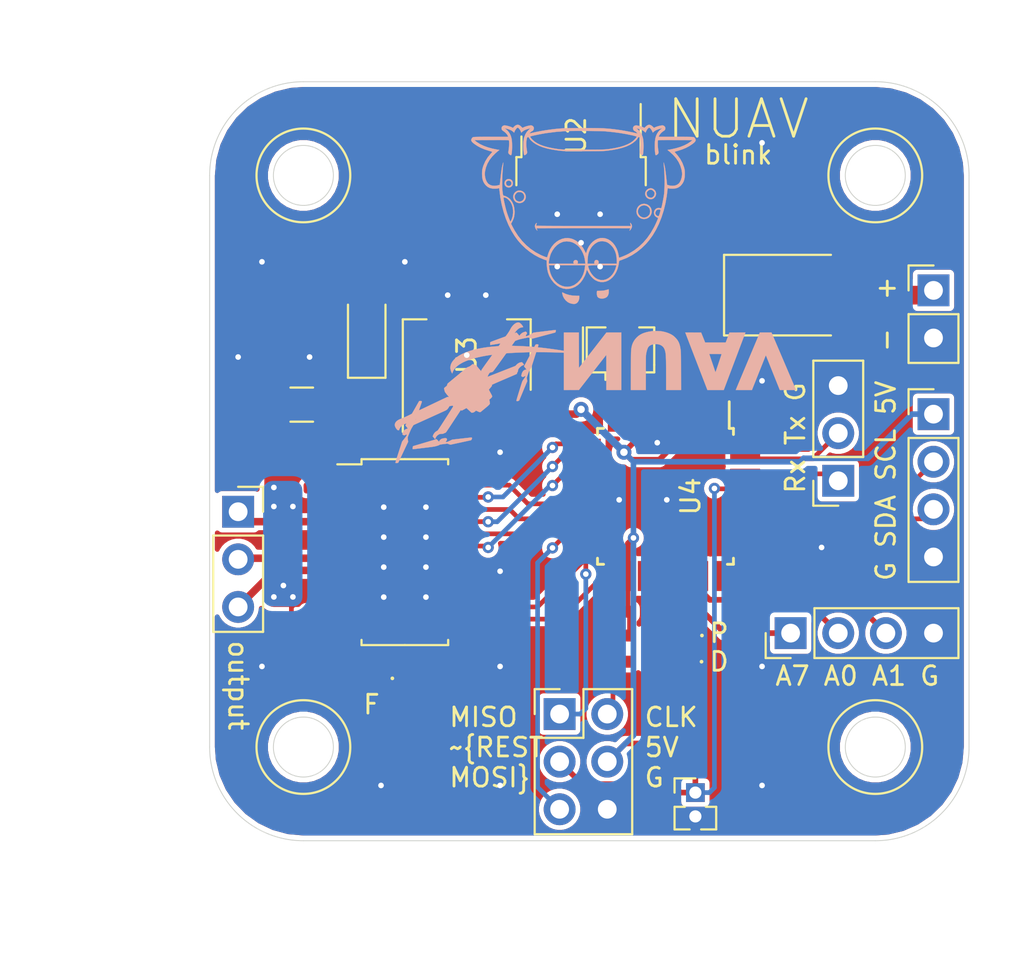
<source format=kicad_pcb>
(kicad_pcb (version 20171130) (host pcbnew 5.1.5+dfsg1-2build2)
  (layers (0 F.Cu signal hide) (31 B.Cu signal) (34 B.Paste user hide) (35 F.Paste user hide) (36 B.SilkS user) (37 F.SilkS user hide) (38 B.Mask user hide) (39 F.Mask user hide) (44 Edge.Cuts user))
  (net 0 "")
  (net 1 /Vm)
  (net 2 "Net-(C1-Pad1)")
  (net 3 "Net-(C2-Pad2)")
  (net 4 "Net-(C2-Pad1)")
  (net 5 GND)
  (net 6 "Net-(C6-Pad1)")
  (net 7 /out3)
  (net 8 /out2)
  (net 9 /out1)
  (net 10 /En3)
  (net 11 /In3)
  (net 12 /En2)
  (net 13 /In2)
  (net 14 /En1)
  (net 15 /In1)
  (net 16 /nFAULT)
  (net 17 /Vin)
  (net 18 /Vpp)
  (net 19 +5V)
  (net 20 "Net-(D1-Pad2)")
  (net 21 "Net-(D2-Pad2)")
  (net 22 "Net-(D3-Pad2)")
  (net 23 /A0)
  (net 24 /TX)
  (net 25 /RX)
  (net 26 /~RESET)
  (net 27 /SCK)
  (net 28 /MISO)
  (net 29 "Net-(U4-Pad32)")
  (net 30 /SCL)
  (net 31 /SDA)
  (net 32 "Net-(U4-Pad20)")
  (net 33 "Net-(U4-Pad12)")
  (net 34 "Net-(U4-Pad8)")
  (net 35 "Net-(U4-Pad7)")
  (net 36 "Net-(U4-Pad1)")
  (net 37 "Net-(U4-Pad2)")
  (net 38 /A3)
  (net 39 /A2)
  (net 40 /A1)
  (net 41 /A7)
  (net 42 /A6)
  (net 43 "Net-(D5-Pad2)")
  (module Logos:bored_frog_small (layer B.Cu) (at 114.935 52.07)
    (fp_text reference G*** hide)
    (fp_text value LOGO hide)
  )
  (module Logos:nuav7-small (layer B.Cu) (at 115.57 61.595)
    (fp_text reference G*** hide)
    (fp_text value LOGO hide)
  )
  (module Connector_PinHeader_2.54mm:PinHeader_1x04_P2.54mm_Vertical (layer F.Cu) (at 125.984 74.422 90)
    (fp_text reference J3)
    (fp_text value IO)
    (pad 4 thru_hole oval (at 0 7.62 90) (size 1.7 1.7) (drill 1) (layers *.Cu *.Mask) (net 5 GND))
    (pad 3 thru_hole oval (at 0 5.08 90) (size 1.7 1.7) (drill 1) (layers *.Cu *.Mask) (net 40 /A1))
    (pad 2 thru_hole oval (at 0 2.54 90) (size 1.7 1.7) (drill 1) (layers *.Cu *.Mask) (net 23 /A0))
    (pad 1 thru_hole rect (at 0 0 90) (size 1.7 1.7) (drill 1) (layers *.Cu *.Mask) (net 41 /A7))
  )
  (module Diode_SMD:D_SOD-123 (layer F.Cu) (at 103.378 58.548 90)
    (fp_text reference D4)
    (fp_text value back_drive_protect)
    (pad 2 smd rect (at 1.65 0 90) (size 0.9 1.2) (layers F.Cu F.Paste F.Mask) (net 1 /Vm))
    (pad 1 smd rect (at -1.65 0 90) (size 0.9 1.2) (layers F.Cu F.Paste F.Mask) (net 18 /Vpp))
  )
  (module Diode_SMD:D_SMB (layer F.Cu) (at 125.984 56.388)
    (fp_text reference D5)
    (fp_text value "reverse protect")
    (pad 2 smd rect (at 2.15 0) (size 2.5 2.3) (layers F.Cu F.Paste F.Mask) (net 43 "Net-(D5-Pad2)"))
    (pad 1 smd rect (at -2.15 0) (size 2.5 2.3) (layers F.Cu F.Paste F.Mask) (net 17 /Vin))
  )
  (module Connector_PinHeader_1.27mm:PinHeader_1x02_P1.27mm_Vertical (layer F.Cu) (at 120.904 82.931)
    (fp_text reference SW2)
    (fp_text value reset)
    (pad 2 thru_hole oval (at 0 1.27) (size 1 1) (drill 0.65) (layers *.Cu *.Mask) (net 5 GND))
    (pad 1 thru_hole rect (at 0 0) (size 1 1) (drill 0.65) (layers *.Cu *.Mask) (net 26 /~RESET))
  )
  (module Package_SO:HTSSOP-28-1EP_4.4x9.7mm_P0.65mm_EP2.85x5.4mm_ThermalVias (layer F.Cu) (at 105.41 70.1)
    (fp_text reference U1)
    (fp_text value DRV8313)
    (pad 28 smd roundrect (at 2.8625 -4.225) (size 1.475 0.4) (layers F.Cu F.Paste F.Mask) (net 5 GND))
    (pad 27 smd roundrect (at 2.8625 -3.575) (size 1.475 0.4) (layers F.Cu F.Paste F.Mask) (net 15 /In1))
    (pad 26 smd roundrect (at 2.8625 -2.925) (size 1.475 0.4) (layers F.Cu F.Paste F.Mask) (net 14 /En1))
    (pad 25 smd roundrect (at 2.8625 -2.275) (size 1.475 0.4) (layers F.Cu F.Paste F.Mask) (net 13 /In2))
    (pad 24 smd roundrect (at 2.8625 -1.625) (size 1.475 0.4) (layers F.Cu F.Paste F.Mask) (net 12 /En2))
    (pad 23 smd roundrect (at 2.8625 -0.975) (size 1.475 0.4) (layers F.Cu F.Paste F.Mask) (net 11 /In3))
    (pad 22 smd roundrect (at 2.8625 -0.325) (size 1.475 0.4) (layers F.Cu F.Paste F.Mask) (net 10 /En3))
    (pad 21 smd roundrect (at 2.8625 0.325) (size 1.475 0.4) (layers F.Cu F.Paste F.Mask) (net 5 GND))
    (pad 20 smd roundrect (at 2.8625 0.975) (size 1.475 0.4) (layers F.Cu F.Paste F.Mask) (net 5 GND))
    (pad 19 smd roundrect (at 2.8625 1.625) (size 1.475 0.4) (layers F.Cu F.Paste F.Mask) (net 5 GND))
    (pad 18 smd roundrect (at 2.8625 2.275) (size 1.475 0.4) (layers F.Cu F.Paste F.Mask) (net 16 /nFAULT))
    (pad 17 smd roundrect (at 2.8625 2.925) (size 1.475 0.4) (layers F.Cu F.Paste F.Mask) (net 28 /MISO))
    (pad 16 smd roundrect (at 2.8625 3.575) (size 1.475 0.4) (layers F.Cu F.Paste F.Mask) (net 27 /SCK))
    (pad 15 smd roundrect (at 2.8625 4.225) (size 1.475 0.4) (layers F.Cu F.Paste F.Mask) (net 6 "Net-(C6-Pad1)"))
    (pad 14 smd roundrect (at -2.8625 4.225) (size 1.475 0.4) (layers F.Cu F.Paste F.Mask) (net 5 GND))
    (pad 13 smd roundrect (at -2.8625 3.575) (size 1.475 0.4) (layers F.Cu F.Paste F.Mask) (net 5 GND))
    (pad 12 smd roundrect (at -2.8625 2.925) (size 1.475 0.4) (layers F.Cu F.Paste F.Mask) (net 5 GND))
    (pad 11 smd roundrect (at -2.8625 2.275) (size 1.475 0.4) (layers F.Cu F.Paste F.Mask) (net 1 /Vm))
    (pad 10 smd roundrect (at -2.8625 1.625) (size 1.475 0.4) (layers F.Cu F.Paste F.Mask) (net 5 GND))
    (pad 9 smd roundrect (at -2.8625 0.975) (size 1.475 0.4) (layers F.Cu F.Paste F.Mask) (net 7 /out3))
    (pad 8 smd roundrect (at -2.8625 0.325) (size 1.475 0.4) (layers F.Cu F.Paste F.Mask) (net 8 /out2))
    (pad 7 smd roundrect (at -2.8625 -0.325) (size 1.475 0.4) (layers F.Cu F.Paste F.Mask) (net 5 GND))
    (pad 6 smd roundrect (at -2.8625 -0.975) (size 1.475 0.4) (layers F.Cu F.Paste F.Mask) (net 5 GND))
    (pad 5 smd roundrect (at -2.8625 -1.625) (size 1.475 0.4) (layers F.Cu F.Paste F.Mask) (net 9 /out1))
    (pad 4 smd roundrect (at -2.8625 -2.275) (size 1.475 0.4) (layers F.Cu F.Paste F.Mask) (net 1 /Vm))
    (pad 3 smd roundrect (at -2.8625 -2.925) (size 1.475 0.4) (layers F.Cu F.Paste F.Mask) (net 2 "Net-(C1-Pad1)"))
    (pad 2 smd roundrect (at -2.8625 -3.575) (size 1.475 0.4) (layers F.Cu F.Paste F.Mask) (net 3 "Net-(C2-Pad2)"))
    (pad 1 smd roundrect (at -2.8625 -4.225) (size 1.475 0.4) (layers F.Cu F.Paste F.Mask) (net 4 "Net-(C2-Pad1)"))
    (pad 29 smd roundrect (at 0 0) (size 2.85 5.4) (layers B.Cu) (roundrect_rratio 0.08800000000000001) (net 5 GND))
    (pad 29 thru_hole circle (at 1.125 2.4) (size 0.6 0.6) (drill 0.3) (layers *.Cu) (net 5 GND))
    (pad 29 thru_hole circle (at -1.125 2.4) (size 0.6 0.6) (drill 0.3) (layers *.Cu) (net 5 GND))
    (pad 29 thru_hole circle (at 1.125 0.8) (size 0.6 0.6) (drill 0.3) (layers *.Cu) (net 5 GND))
    (pad 29 thru_hole circle (at -1.125 0.8) (size 0.6 0.6) (drill 0.3) (layers *.Cu) (net 5 GND))
    (pad 29 thru_hole circle (at 1.125 -0.8) (size 0.6 0.6) (drill 0.3) (layers *.Cu) (net 5 GND))
    (pad 29 thru_hole circle (at -1.125 -0.8) (size 0.6 0.6) (drill 0.3) (layers *.Cu) (net 5 GND))
    (pad 29 thru_hole circle (at 1.125 -2.4) (size 0.6 0.6) (drill 0.3) (layers *.Cu) (net 5 GND))
    (pad 29 thru_hole circle (at -1.125 -2.4) (size 0.6 0.6) (drill 0.3) (layers *.Cu) (net 5 GND))
    (pad 29 smd roundrect (at 0 0) (size 2.85 5.4) (layers F.Cu F.Mask) (roundrect_rratio 0.08800000000000001) (net 5 GND))
  )
  (module Connector_PinHeader_2.54mm:PinHeader_1x04_P2.54mm_Vertical (layer F.Cu) (at 133.604 62.738)
    (fp_text reference J6)
    (fp_text value I2C)
    (pad 4 thru_hole oval (at 0 7.62) (size 1.7 1.7) (drill 1) (layers *.Cu *.Mask) (net 5 GND))
    (pad 3 thru_hole oval (at 0 5.08) (size 1.7 1.7) (drill 1) (layers *.Cu *.Mask) (net 31 /SDA))
    (pad 2 thru_hole oval (at 0 2.54) (size 1.7 1.7) (drill 1) (layers *.Cu *.Mask) (net 30 /SCL))
    (pad 1 thru_hole rect (at 0 0) (size 1.7 1.7) (drill 1) (layers *.Cu *.Mask) (net 19 +5V))
  )
  (module Crystal:Resonator_SMD_muRata_CSTxExxV-3Pin_3.0x1.1mm (layer F.Cu) (at 116.91 59.309)
    (fp_text reference Y1)
    (fp_text value 16MHz)
    (pad 3 smd rect (at 1.2 0) (size 0.4 1.9) (layers F.Cu F.Paste F.Mask) (net 35 "Net-(U4-Pad7)"))
    (pad 2 smd rect (at 0 0) (size 0.4 1.9) (layers F.Cu F.Paste F.Mask) (net 5 GND))
    (pad 1 smd rect (at -1.2 0) (size 0.4 1.9) (layers F.Cu F.Paste F.Mask) (net 34 "Net-(U4-Pad8)"))
  )
  (module Package_QFP:TQFP-32_7x7mm_P0.8mm (layer F.Cu) (at 119.31 67.124 270)
    (fp_text reference U4 (at 0 -1.34 90) (layer F.SilkS))
    (fp_text value ATmega328P-AU)
    (pad 32 smd rect (at -2.8 -4.25) (size 1.6 0.55) (layers F.Cu F.Paste F.Mask) (net 29 "Net-(U4-Pad32)"))
    (pad 31 smd rect (at -2 -4.25) (size 1.6 0.55) (layers F.Cu F.Paste F.Mask) (net 24 /TX))
    (pad 30 smd rect (at -1.2 -4.25) (size 1.6 0.55) (layers F.Cu F.Paste F.Mask) (net 25 /RX))
    (pad 29 smd rect (at -0.4 -4.25) (size 1.6 0.55) (layers F.Cu F.Paste F.Mask) (net 26 /~RESET))
    (pad 28 smd rect (at 0.4 -4.25) (size 1.6 0.55) (layers F.Cu F.Paste F.Mask) (net 30 /SCL))
    (pad 27 smd rect (at 1.2 -4.25) (size 1.6 0.55) (layers F.Cu F.Paste F.Mask) (net 31 /SDA))
    (pad 26 smd rect (at 2 -4.25) (size 1.6 0.55) (layers F.Cu F.Paste F.Mask) (net 38 /A3))
    (pad 25 smd rect (at 2.8 -4.25) (size 1.6 0.55) (layers F.Cu F.Paste F.Mask) (net 39 /A2))
    (pad 24 smd rect (at 4.25 -2.8 270) (size 1.6 0.55) (layers F.Cu F.Paste F.Mask) (net 40 /A1))
    (pad 23 smd rect (at 4.25 -2 270) (size 1.6 0.55) (layers F.Cu F.Paste F.Mask) (net 23 /A0))
    (pad 22 smd rect (at 4.25 -1.2 270) (size 1.6 0.55) (layers F.Cu F.Paste F.Mask) (net 41 /A7))
    (pad 21 smd rect (at 4.25 -0.4 270) (size 1.6 0.55) (layers F.Cu F.Paste F.Mask) (net 5 GND))
    (pad 20 smd rect (at 4.25 0.4 270) (size 1.6 0.55) (layers F.Cu F.Paste F.Mask) (net 32 "Net-(U4-Pad20)"))
    (pad 19 smd rect (at 4.25 1.2 270) (size 1.6 0.55) (layers F.Cu F.Paste F.Mask) (net 42 /A6))
    (pad 18 smd rect (at 4.25 2 270) (size 1.6 0.55) (layers F.Cu F.Paste F.Mask) (net 19 +5V))
    (pad 17 smd rect (at 4.25 2.8 270) (size 1.6 0.55) (layers F.Cu F.Paste F.Mask) (net 27 /SCK))
    (pad 16 smd rect (at 2.8 4.25) (size 1.6 0.55) (layers F.Cu F.Paste F.Mask) (net 28 /MISO))
    (pad 15 smd rect (at 2 4.25) (size 1.6 0.55) (layers F.Cu F.Paste F.Mask) (net 11 /In3))
    (pad 14 smd rect (at 1.2 4.25) (size 1.6 0.55) (layers F.Cu F.Paste F.Mask) (net 13 /In2))
    (pad 13 smd rect (at 0.4 4.25) (size 1.6 0.55) (layers F.Cu F.Paste F.Mask) (net 15 /In1))
    (pad 12 smd rect (at -0.4 4.25) (size 1.6 0.55) (layers F.Cu F.Paste F.Mask) (net 33 "Net-(U4-Pad12)"))
    (pad 11 smd rect (at -1.2 4.25) (size 1.6 0.55) (layers F.Cu F.Paste F.Mask) (net 10 /En3))
    (pad 10 smd rect (at -2 4.25) (size 1.6 0.55) (layers F.Cu F.Paste F.Mask) (net 12 /En2))
    (pad 9 smd rect (at -2.8 4.25) (size 1.6 0.55) (layers F.Cu F.Paste F.Mask) (net 14 /En1))
    (pad 8 smd rect (at -4.25 2.8 270) (size 1.6 0.55) (layers F.Cu F.Paste F.Mask) (net 34 "Net-(U4-Pad8)"))
    (pad 7 smd rect (at -4.25 2 270) (size 1.6 0.55) (layers F.Cu F.Paste F.Mask) (net 35 "Net-(U4-Pad7)"))
    (pad 6 smd rect (at -4.25 1.2 270) (size 1.6 0.55) (layers F.Cu F.Paste F.Mask) (net 19 +5V))
    (pad 5 smd rect (at -4.25 0.4 270) (size 1.6 0.55) (layers F.Cu F.Paste F.Mask) (net 5 GND))
    (pad 4 smd rect (at -4.25 -0.4 270) (size 1.6 0.55) (layers F.Cu F.Paste F.Mask) (net 19 +5V))
    (pad 3 smd rect (at -4.25 -1.2 270) (size 1.6 0.55) (layers F.Cu F.Paste F.Mask) (net 5 GND))
    (pad 2 smd rect (at -4.25 -2 270) (size 1.6 0.55) (layers F.Cu F.Paste F.Mask) (net 37 "Net-(U4-Pad2)"))
    (pad 1 smd rect (at -4.25 -2.8 270) (size 1.6 0.55) (layers F.Cu F.Paste F.Mask) (net 36 "Net-(U4-Pad1)"))
  )
  (module Package_TO_SOT_SMD:SOT-223-3_TabPin2 (layer F.Cu) (at 108.712 59.588 90)
    (fp_text reference U3 (at 0 0 90) (layer F.SilkS))
    (fp_text value L7805)
    (pad 1 smd rect (at -3.15 -2.3 90) (size 2 1.5) (layers F.Cu F.Paste F.Mask) (net 18 /Vpp))
    (pad 3 smd rect (at -3.15 2.3 90) (size 2 1.5) (layers F.Cu F.Paste F.Mask) (net 19 +5V))
    (pad 2 smd rect (at -3.15 0 90) (size 2 1.5) (layers F.Cu F.Paste F.Mask) (net 5 GND))
    (pad 2 smd rect (at 3.15 0 90) (size 2 3.8) (layers F.Cu F.Paste F.Mask) (net 5 GND))
  )
  (module Package_TO_SOT_SMD:TO-252-2 (layer F.Cu) (at 114.808 51.494 270)
    (fp_text reference U2 (at -3.615 0.26 270) (layer F.SilkS))
    (fp_text value LF120_TO252)
    (pad 2 smd rect (at 2.1 0 270) (size 6.4 5.8) (layers F.Cu F.Mask) (net 5 GND))
    (pad 3 smd rect (at -4.2 2.28 270) (size 2.2 1.2) (layers F.Cu F.Paste F.Mask) (net 1 /Vm))
    (pad 1 smd rect (at -4.2 -2.28 270) (size 2.2 1.2) (layers F.Cu F.Paste F.Mask) (net 17 /Vin))
  )
  (module Resistor_SMD:R_0402_1005Metric (layer F.Cu) (at 120.904 80.795 270)
    (fp_text reference R6)
    (fp_text value 10k)
    (pad 2 smd roundrect (at 0.485 0 270) (size 0.59 0.64) (layers F.Cu F.Paste F.Mask) (net 26 /~RESET))
    (pad 1 smd roundrect (at -0.485 0 270) (size 0.59 0.64) (layers F.Cu F.Paste F.Mask) (net 19 +5V))
  )
  (module Resistor_SMD:R_0402_1005Metric (layer F.Cu) (at 117.856 75.946)
    (fp_text reference R5)
    (fp_text value 1k)
    (pad 2 smd roundrect (at 0.485 0) (size 0.59 0.64) (layers F.Cu F.Paste F.Mask) (net 22 "Net-(D3-Pad2)"))
    (pad 1 smd roundrect (at -0.485 0) (size 0.59 0.64) (layers F.Cu F.Paste F.Mask) (net 27 /SCK))
  )
  (module Resistor_SMD:R_0402_1005Metric (layer F.Cu) (at 117.879 74.549)
    (fp_text reference R4)
    (fp_text value 1k)
    (pad 2 smd roundrect (at 0.485 0) (size 0.59 0.64) (layers F.Cu F.Paste F.Mask) (net 21 "Net-(D2-Pad2)"))
    (pad 1 smd roundrect (at -0.485 0) (size 0.59 0.64) (layers F.Cu F.Paste F.Mask) (net 19 +5V))
  )
  (module Resistor_SMD:R_0402_1005Metric (layer F.Cu) (at 99.845 75.565 180)
    (fp_text reference R3)
    (fp_text value 10k)
    (pad 2 smd roundrect (at 0.485 0 180) (size 0.59 0.64) (layers F.Cu F.Paste F.Mask) (net 1 /Vm))
    (pad 1 smd roundrect (at -0.485 0 180) (size 0.59 0.64) (layers F.Cu F.Paste F.Mask) (net 20 "Net-(D1-Pad2)"))
  )
  (module Connector_PinHeader_2.54mm:PinHeader_2x03_P2.54mm_Vertical (layer F.Cu) (at 113.665 78.74)
    (fp_text reference J5)
    (fp_text value ICSP)
    (pad 6 thru_hole oval (at 2.54 5.08) (size 1.7 1.7) (drill 1) (layers *.Cu *.Mask) (net 5 GND))
    (pad 5 thru_hole oval (at 0 5.08) (size 1.7 1.7) (drill 1) (layers *.Cu *.Mask) (net 11 /In3))
    (pad 4 thru_hole oval (at 2.54 2.54) (size 1.7 1.7) (drill 1) (layers *.Cu *.Mask) (net 19 +5V))
    (pad 3 thru_hole oval (at 0 2.54) (size 1.7 1.7) (drill 1) (layers *.Cu *.Mask) (net 26 /~RESET))
    (pad 2 thru_hole oval (at 2.54 0) (size 1.7 1.7) (drill 1) (layers *.Cu *.Mask) (net 27 /SCK))
    (pad 1 thru_hole rect (at 0 0) (size 1.7 1.7) (drill 1) (layers *.Cu *.Mask) (net 28 /MISO))
  )
  (module Connector_PinSocket_2.54mm:PinSocket_1x03_P2.54mm_Vertical (layer F.Cu) (at 128.524 66.294 180)
    (fp_text reference J4)
    (fp_text value UART)
    (pad 3 thru_hole oval (at 0 5.08 180) (size 1.7 1.7) (drill 1) (layers *.Cu *.Mask) (net 5 GND))
    (pad 2 thru_hole oval (at 0 2.54 180) (size 1.7 1.7) (drill 1) (layers *.Cu *.Mask) (net 24 /TX))
    (pad 1 thru_hole rect (at 0 0 180) (size 1.7 1.7) (drill 1) (layers *.Cu *.Mask) (net 25 /RX))
  )
  (module Connector_PinHeader_2.54mm:PinHeader_1x02_P2.54mm_Vertical (layer F.Cu) (at 133.604 56.134)
    (fp_text reference J2)
    (fp_text value power)
    (pad 2 thru_hole oval (at 0 2.54) (size 1.7 1.7) (drill 1) (layers *.Cu *.Mask) (net 5 GND))
    (pad 1 thru_hole rect (at 0 0) (size 1.7 1.7) (drill 1) (layers *.Cu *.Mask) (net 43 "Net-(D5-Pad2)"))
  )
  (module LED_SMD:LED_0402_1005Metric (layer F.Cu) (at 120.142 75.946 180)
    (fp_text reference D3)
    (fp_text value D13)
    (pad 2 smd roundrect (at 0.485 0 180) (size 0.59 0.64) (layers F.Cu F.Paste F.Mask) (net 22 "Net-(D3-Pad2)"))
    (pad 1 smd roundrect (at -0.485 0 180) (size 0.59 0.64) (layers F.Cu F.Paste F.Mask) (net 5 GND))
  )
  (module LED_SMD:LED_0402_1005Metric (layer F.Cu) (at 120.165 74.549 180)
    (fp_text reference D2)
    (fp_text value power)
    (pad 2 smd roundrect (at 0.485 0 180) (size 0.59 0.64) (layers F.Cu F.Paste F.Mask) (net 21 "Net-(D2-Pad2)"))
    (pad 1 smd roundrect (at -0.485 0 180) (size 0.59 0.64) (layers F.Cu F.Paste F.Mask) (net 5 GND))
  )
  (module LED_SMD:LED_0402_1005Metric (layer F.Cu) (at 103.655 76.835 180)
    (fp_text reference D1)
    (fp_text value fault)
    (pad 2 smd roundrect (at 0.485 0 180) (size 0.59 0.64) (layers F.Cu F.Paste F.Mask) (net 20 "Net-(D1-Pad2)"))
    (pad 1 smd roundrect (at -0.485 0 180) (size 0.59 0.64) (layers F.Cu F.Paste F.Mask) (net 16 /nFAULT))
  )
  (module Capacitor_SMD:C_0402_1005Metric (layer F.Cu) (at 117.879 73.279)
    (fp_text reference C13)
    (fp_text value 0.1u)
    (pad 2 smd roundrect (at 0.485 0) (size 0.59 0.64) (layers F.Cu F.Paste F.Mask) (net 5 GND))
    (pad 1 smd roundrect (at -0.485 0) (size 0.59 0.64) (layers F.Cu F.Paste F.Mask) (net 19 +5V))
  )
  (module Capacitor_SMD:C_0402_1005Metric (layer F.Cu) (at 120.015 60.094 90)
    (fp_text reference C12)
    (fp_text value 0.1u)
    (pad 2 smd roundrect (at 0.485 0 90) (size 0.59 0.64) (layers F.Cu F.Paste F.Mask) (net 5 GND))
    (pad 1 smd roundrect (at -0.485 0 90) (size 0.59 0.64) (layers F.Cu F.Paste F.Mask) (net 19 +5V))
  )
  (module Capacitor_SMD:C_0402_1005Metric (layer F.Cu) (at 121.285 60.094 90)
    (fp_text reference C11)
    (fp_text value 0.1u)
    (pad 2 smd roundrect (at 0.485 0 90) (size 0.59 0.64) (layers F.Cu F.Paste F.Mask) (net 5 GND))
    (pad 1 smd roundrect (at -0.485 0 90) (size 0.59 0.64) (layers F.Cu F.Paste F.Mask) (net 19 +5V))
  )
  (module Capacitor_SMD:C_0402_1005Metric (layer F.Cu) (at 113.538 61.999 90)
    (fp_text reference C10)
    (fp_text value 10u)
    (pad 2 smd roundrect (at 0.485 0 90) (size 0.59 0.64) (layers F.Cu F.Paste F.Mask) (net 5 GND))
    (pad 1 smd roundrect (at -0.485 0 90) (size 0.59 0.64) (layers F.Cu F.Paste F.Mask) (net 19 +5V))
  )
  (module Capacitor_SMD:C_0402_1005Metric (layer F.Cu) (at 109.728 48.283 270)
    (fp_text reference C9)
    (fp_text value 0.1u)
    (pad 2 smd roundrect (at 0.485 0 270) (size 0.59 0.64) (layers F.Cu F.Paste F.Mask) (net 5 GND))
    (pad 1 smd roundrect (at -0.485 0 270) (size 0.59 0.64) (layers F.Cu F.Paste F.Mask) (net 1 /Vm))
  )
  (module Capacitor_SMD:C_0402_1005Metric (layer F.Cu) (at 103.886 62.738 270)
    (fp_text reference C8)
    (fp_text value 10u)
    (pad 2 smd roundrect (at 0.485 0 270) (size 0.59 0.64) (layers F.Cu F.Paste F.Mask) (net 5 GND))
    (pad 1 smd roundrect (at -0.485 0 270) (size 0.59 0.64) (layers F.Cu F.Paste F.Mask) (net 18 /Vpp))
  )
  (module Capacitor_SMD:C_0402_1005Metric (layer F.Cu) (at 120.927 50.8 180)
    (fp_text reference C7)
    (fp_text value 0.33u)
    (pad 2 smd roundrect (at 0.485 0 180) (size 0.59 0.64) (layers F.Cu F.Paste F.Mask) (net 5 GND))
    (pad 1 smd roundrect (at -0.485 0 180) (size 0.59 0.64) (layers F.Cu F.Paste F.Mask) (net 17 /Vin))
  )
  (module Resistor_SMD:R_0402_1005Metric (layer F.Cu) (at 106.195 76.835)
    (fp_text reference R1)
    (fp_text value 10k)
    (pad 2 smd roundrect (at 0.485 0) (size 0.59 0.64) (layers F.Cu F.Paste F.Mask) (net 6 "Net-(C6-Pad1)"))
    (pad 1 smd roundrect (at -0.485 0) (size 0.59 0.64) (layers F.Cu F.Paste F.Mask) (net 16 /nFAULT))
  )
  (module Connector_PinSocket_2.54mm:PinSocket_1x03_P2.54mm_Vertical (layer F.Cu) (at 96.52 67.945)
    (fp_text reference J1)
    (fp_text value motor_connection)
    (pad 3 thru_hole oval (at 0 5.08) (size 1.7 1.7) (drill 1) (layers *.Cu *.Mask) (net 7 /out3))
    (pad 2 thru_hole oval (at 0 2.54) (size 1.7 1.7) (drill 1) (layers *.Cu *.Mask) (net 8 /out2))
    (pad 1 thru_hole rect (at 0 0) (size 1.7 1.7) (drill 1) (layers *.Cu *.Mask) (net 9 /out1))
  )
  (module Capacitor_SMD:C_0402_1005Metric (layer F.Cu) (at 108.435 76.835)
    (fp_text reference C6)
    (fp_text value 0.47u)
    (pad 2 smd roundrect (at 0.485 0) (size 0.59 0.64) (layers F.Cu F.Paste F.Mask) (net 5 GND))
    (pad 1 smd roundrect (at -0.485 0) (size 0.59 0.64) (layers F.Cu F.Paste F.Mask) (net 6 "Net-(C6-Pad1)"))
  )
  (module Capacitor_SMD:C_1206_3216Metric_Pad1.42x1.75mm_HandSolder (layer F.Cu) (at 99.9125 62.23)
    (fp_text reference C5)
    (fp_text value 100u)
    (pad 2 smd roundrect (at 1.4875 0) (size 1.425 1.75) (layers F.Cu F.Paste F.Mask) (roundrect_rratio 0.175439) (net 5 GND))
    (pad 1 smd roundrect (at -1.4875 0) (size 1.425 1.75) (layers F.Cu F.Paste F.Mask) (roundrect_rratio 0.175439) (net 1 /Vm))
  )
  (module Capacitor_SMD:C_0402_1005Metric (layer F.Cu) (at 100.33 72.875 270)
    (fp_text reference C4)
    (fp_text value 0.1u)
    (pad 2 smd roundrect (at 0.485 0 270) (size 0.59 0.64) (layers F.Cu F.Paste F.Mask) (net 5 GND))
    (pad 1 smd roundrect (at -0.485 0 270) (size 0.59 0.64) (layers F.Cu F.Paste F.Mask) (net 1 /Vm))
  )
  (module Capacitor_SMD:C_0402_1005Metric (layer F.Cu) (at 97.94 65.405 180)
    (fp_text reference C3)
    (fp_text value 0.1u)
    (pad 2 smd roundrect (at 0.485 0 180) (size 0.59 0.64) (layers F.Cu F.Paste F.Mask) (net 5 GND))
    (pad 1 smd roundrect (at -0.485 0 180) (size 0.59 0.64) (layers F.Cu F.Paste F.Mask) (net 1 /Vm))
  )
  (module Capacitor_SMD:C_0402_1005Metric (layer F.Cu) (at 100.33 64.92 270)
    (fp_text reference C2)
    (fp_text value 0.01u)
    (pad 2 smd roundrect (at 0.485 0 270) (size 0.59 0.64) (layers F.Cu F.Paste F.Mask) (net 3 "Net-(C2-Pad2)"))
    (pad 1 smd roundrect (at -0.485 0 270) (size 0.59 0.64) (layers F.Cu F.Paste F.Mask) (net 4 "Net-(C2-Pad1)"))
  )
  (module Capacitor_SMD:C_0402_1005Metric (layer F.Cu) (at 100.33 67.16 270)
    (fp_text reference C1)
    (fp_text value 0.1u)
    (pad 2 smd roundrect (at 0.485 0 270) (size 0.59 0.64) (layers F.Cu F.Paste F.Mask) (net 1 /Vm))
    (pad 1 smd roundrect (at -0.485 0 270) (size 0.59 0.64) (layers F.Cu F.Paste F.Mask) (net 2 "Net-(C1-Pad1)"))
  )
  (gr_text blink (at 123.19 48.895) (layer F.SilkS) (effects (font (size 1 1))))
  (gr_text NUAV (at 123.19 46.99) (layer F.SilkS) (effects (font (size 2 2))))
  (gr_text D (at 122.174 75.946) (layer F.SilkS) (effects (font (size 1 1))))
  (gr_text P (at 122.174 74.422) (layer F.SilkS) (effects (font (size 1 1))))
  (gr_text F (at 103.632 78.232) (layer F.SilkS) (effects (font (size 1 1))))
  (gr_text "-  +" (at 131.064 57.404 90) (layer F.SilkS) (effects (font (size 1 1))))
  (gr_text "G SDA SCL 5V" (at 131.064 66.294 90) (layer F.SilkS) (effects (font (size 1 1))))
  (gr_text "Rx Tx G" (at 126.238 64.008 90) (layer F.SilkS) (effects (font (size 1 1))))
  (gr_text "A7 A0 A1 G" (at 129.54 76.708) (layer F.SilkS) (effects (font (size 1 1))))
  (gr_text "CLK\n5V\nG" (at 118.11 80.518) (layer F.SilkS) (effects (font (size 1 1)) (justify left)))
  (gr_text "MISO \n~REST\nMOSI" (at 107.696 80.518) (layer F.SilkS) (effects (font (size 1 1)) (justify left)))
  (gr_text output (at 96.52 77.216 270) (layer F.SilkS) (effects (font (size 1 1))))
  (gr_arc (start 100 80.5) (end 95 80.5) (angle -90) (layer Edge.Cuts) (width 0.05))
  (gr_arc (start 130.5 80.5) (end 130.5 85.5) (angle -90) (layer Edge.Cuts) (width 0.05))
  (gr_arc (start 130.5 50) (end 135.5 50) (angle -90) (layer Edge.Cuts) (width 0.05))
  (gr_arc (start 100 50) (end 100 45) (angle -90) (layer Edge.Cuts) (width 0.05))
  (gr_circle (center 100 50) (end 102.5 50) (layer F.SilkS) (width 0.12))
  (gr_circle (center 130.5 50) (end 133 50) (layer F.SilkS) (width 0.12))
  (gr_circle (center 130.5 80.5) (end 133 80.5) (layer F.SilkS) (width 0.12))
  (gr_circle (center 100 80.5) (end 102.5 80.5) (layer F.SilkS) (width 0.12))
  (gr_line (start 95 80.5) (end 95 50) (layer Edge.Cuts) (width 0.05))
  (gr_line (start 130.5 85.5) (end 100 85.5) (layer Edge.Cuts) (width 0.05))
  (gr_line (start 135.5 50) (end 135.5 80.5) (layer Edge.Cuts) (width 0.05))
  (gr_line (start 130.5 45) (end 100 45) (layer Edge.Cuts) (width 0.05))
  (gr_circle (center 130.5 80.5) (end 132.1 80.5) (layer Edge.Cuts) (width 0.05))
  (gr_circle (center 100 80.5) (end 101.6 80.5) (layer Edge.Cuts) (width 0.05))
  (gr_circle (center 130.5 50) (end 132.1 50) (layer Edge.Cuts) (width 0.05))
  (gr_circle (center 100 50) (end 101.6 50) (layer Edge.Cuts) (width 0.05))
  (via (at 98.933 71.882) (size 0.6) (drill 0.3) (layers F.Cu B.Cu) (net 1))
  (via (at 99.441 72.4916) (size 0.6) (drill 0.3) (layers F.Cu B.Cu) (net 1))
  (via (at 98.425 72.4916) (size 0.6) (drill 0.3) (layers F.Cu B.Cu) (net 1))
  (via (at 98.425 67.6656) (size 0.6) (drill 0.3) (layers F.Cu B.Cu) (net 1))
  (via (at 98.425 66.6496) (size 0.6) (drill 0.3) (layers F.Cu B.Cu) (net 1))
  (via (at 99.441 67.6656) (size 0.6) (drill 0.3) (layers F.Cu B.Cu) (net 1))
  (segment (start 100.51 67.825) (end 100.33 67.645) (width 0.4) (layer F.Cu) (net 1))
  (segment (start 102.5475 67.825) (end 100.51 67.825) (width 0.4) (layer F.Cu) (net 1))
  (segment (start 100.33 67.645) (end 99.395 67.645) (width 0.5) (layer F.Cu) (net 1))
  (segment (start 100.01 72.39) (end 100.33 72.39) (width 0.25) (layer F.Cu) (net 1))
  (segment (start 99.36 73.04) (end 100.01 72.39) (width 0.25) (layer F.Cu) (net 1))
  (segment (start 99.36 75.565) (end 99.36 73.04) (width 0.25) (layer F.Cu) (net 1))
  (segment (start 102.5325 72.39) (end 102.5475 72.375) (width 0.4) (layer F.Cu) (net 1))
  (segment (start 100.33 72.39) (end 102.5325 72.39) (width 0.4) (layer F.Cu) (net 1))
  (segment (start 98.425 66.6496) (end 98.425 65.405) (width 0.5) (layer F.Cu) (net 1))
  (segment (start 98.425 65.405) (end 98.425 62.23) (width 0.5) (layer F.Cu) (net 1))
  (segment (start 112.528 47.294) (end 108.154 47.294) (width 1) (layer F.Cu) (net 1))
  (segment (start 98.425 57.023) (end 98.425 62.23) (width 1) (layer F.Cu) (net 1))
  (segment (start 108.154 47.294) (end 98.425 57.023) (width 1) (layer F.Cu) (net 1))
  (segment (start 109.728 47.503) (end 109.728 47.798) (width 0.3) (layer F.Cu) (net 1))
  (segment (start 109.937 47.294) (end 109.728 47.503) (width 0.3) (layer F.Cu) (net 1))
  (segment (start 112.528 47.294) (end 109.937 47.294) (width 0.3) (layer F.Cu) (net 1))
  (segment (start 103.378 52.07) (end 108.154 47.294) (width 0.3) (layer F.Cu) (net 1))
  (segment (start 103.378 56.898) (end 103.378 52.07) (width 0.4) (layer F.Cu) (net 1))
  (segment (start 100.454298 66.675) (end 100.33 66.675) (width 0.4) (layer F.Cu) (net 2))
  (segment (start 100.954298 67.175) (end 100.454298 66.675) (width 0.4) (layer F.Cu) (net 2))
  (segment (start 102.5475 67.175) (end 100.954298 67.175) (width 0.4) (layer F.Cu) (net 2))
  (segment (start 101.45 66.525) (end 100.33 65.405) (width 0.4) (layer F.Cu) (net 3))
  (segment (start 102.5475 66.525) (end 101.45 66.525) (width 0.4) (layer F.Cu) (net 3))
  (segment (start 101.1075 64.435) (end 100.33 64.435) (width 0.4) (layer F.Cu) (net 4))
  (segment (start 102.5475 65.875) (end 101.1075 64.435) (width 0.4) (layer F.Cu) (net 4))
  (via (at 110.49 71.12) (size 0.6) (drill 0.3) (layers F.Cu B.Cu) (net 5))
  (via (at 110.49 64.77) (size 0.6) (drill 0.3) (layers F.Cu B.Cu) (net 5))
  (via (at 108.712 59.588) (size 0.6) (drill 0.3) (layers F.Cu B.Cu) (net 5))
  (via (at 100.33 59.69) (size 0.6) (drill 0.3) (layers F.Cu B.Cu) (net 5))
  (via (at 96.52 59.69) (size 0.6) (drill 0.3) (layers F.Cu B.Cu) (net 5))
  (via (at 97.79 54.61) (size 0.6) (drill 0.3) (layers F.Cu B.Cu) (net 5))
  (via (at 105.41 54.61) (size 0.6) (drill 0.3) (layers F.Cu B.Cu) (net 5))
  (via (at 124.46 60.96) (size 0.6) (drill 0.3) (layers F.Cu B.Cu) (net 5))
  (via (at 124.46 48.26) (size 0.6) (drill 0.3) (layers F.Cu B.Cu) (net 5))
  (via (at 115.824 52.07) (size 0.6) (drill 0.3) (layers F.Cu B.Cu) (net 5))
  (via (at 113.538 52.07) (size 0.6) (drill 0.3) (layers F.Cu B.Cu) (net 5))
  (via (at 115.824 54.864) (size 0.6) (drill 0.3) (layers F.Cu B.Cu) (net 5))
  (via (at 113.538 54.864) (size 0.6) (drill 0.3) (layers F.Cu B.Cu) (net 5))
  (via (at 107.696 56.388) (size 0.6) (drill 0.3) (layers F.Cu B.Cu) (net 5))
  (via (at 109.728 56.388) (size 0.6) (drill 0.3) (layers F.Cu B.Cu) (net 5))
  (via (at 114.808 53.594) (size 0.6) (drill 0.3) (layers F.Cu B.Cu) (net 5))
  (via (at 116.84 67.31) (size 0.6) (drill 0.3) (layers F.Cu B.Cu) (net 5))
  (via (at 119.38 67.31) (size 0.6) (drill 0.3) (layers F.Cu B.Cu) (net 5))
  (via (at 127.635 69.85) (size 0.6) (drill 0.3) (layers F.Cu B.Cu) (net 5))
  (via (at 97.79 76.2) (size 0.6) (drill 0.3) (layers F.Cu B.Cu) (net 5))
  (via (at 104.14 82.55) (size 0.6) (drill 0.3) (layers F.Cu B.Cu) (net 5))
  (via (at 110.49 82.55) (size 0.6) (drill 0.3) (layers F.Cu B.Cu) (net 5))
  (via (at 110.49 76.2) (size 0.6) (drill 0.3) (layers F.Cu B.Cu) (net 5))
  (via (at 124.46 82.55) (size 0.6) (drill 0.3) (layers F.Cu B.Cu) (net 5))
  (via (at 124.46 76.2) (size 0.6) (drill 0.3) (layers F.Cu B.Cu) (net 5))
  (via (at 118.872 64.262) (size 0.6) (drill 0.3) (layers F.Cu B.Cu) (net 5))
  (segment (start 108.2725 71.725) (end 108.2725 70.425) (width 0.3) (layer F.Cu) (net 5))
  (segment (start 106.397998 71.725) (end 105.41 70.737002) (width 0.3) (layer F.Cu) (net 5))
  (segment (start 108.2725 71.725) (end 106.397998 71.725) (width 0.3) (layer F.Cu) (net 5))
  (segment (start 102.5475 69.125) (end 102.5475 69.775) (width 0.3) (layer F.Cu) (net 5))
  (segment (start 102.7475 69.325) (end 102.5475 69.125) (width 0.3) (layer F.Cu) (net 5))
  (segment (start 103.21 69.325) (end 102.7475 69.325) (width 0.3) (layer F.Cu) (net 5))
  (segment (start 103.985 70.1) (end 103.21 69.325) (width 0.3) (layer F.Cu) (net 5))
  (segment (start 105.41 70.1) (end 103.985 70.1) (width 0.3) (layer F.Cu) (net 5))
  (segment (start 105.41 70.737002) (end 105.41 70.1) (width 0.3) (layer F.Cu) (net 5))
  (segment (start 104.422002 71.725) (end 105.41 70.737002) (width 0.3) (layer F.Cu) (net 5))
  (segment (start 102.5475 71.725) (end 104.422002 71.725) (width 0.3) (layer F.Cu) (net 5))
  (segment (start 118.872 62.912) (end 118.91 62.874) (width 0.3) (layer F.Cu) (net 5))
  (segment (start 118.872 64.262) (end 118.872 62.912) (width 0.3) (layer F.Cu) (net 5))
  (segment (start 107.95 76.835) (end 106.68 76.835) (width 0.25) (layer F.Cu) (net 6))
  (segment (start 107.95 74.6475) (end 108.2725 74.325) (width 0.25) (layer F.Cu) (net 6))
  (segment (start 107.95 76.835) (end 107.95 74.6475) (width 0.25) (layer F.Cu) (net 6))
  (segment (start 98.47 71.075) (end 96.52 73.025) (width 0.4) (layer F.Cu) (net 7))
  (segment (start 102.5475 71.075) (end 98.47 71.075) (width 0.4) (layer F.Cu) (net 7))
  (segment (start 102.5475 70.425) (end 96.58 70.425) (width 0.4) (layer F.Cu) (net 8))
  (segment (start 96.58 70.425) (end 96.52 70.485) (width 0.4) (layer F.Cu) (net 8))
  (segment (start 97.05 68.475) (end 96.52 67.945) (width 0.4) (layer F.Cu) (net 9))
  (segment (start 102.5475 68.475) (end 97.05 68.475) (width 0.4) (layer F.Cu) (net 9))
  (via (at 113.284 66.548) (size 0.6) (drill 0.3) (layers F.Cu B.Cu) (net 10))
  (segment (start 115.06 65.924) (end 113.908 65.924) (width 0.25) (layer F.Cu) (net 10))
  (segment (start 113.908 65.924) (end 113.284 66.548) (width 0.25) (layer F.Cu) (net 10))
  (segment (start 109.8284 69.775) (end 109.855 69.7484) (width 0.25) (layer F.Cu) (net 10))
  (via (at 109.855 69.85) (size 0.6) (drill 0.3) (layers F.Cu B.Cu) (net 10))
  (segment (start 109.78 69.775) (end 109.855 69.85) (width 0.25) (layer F.Cu) (net 10))
  (segment (start 108.2725 69.775) (end 109.78 69.775) (width 0.25) (layer F.Cu) (net 10))
  (segment (start 113.157 66.548) (end 113.284 66.548) (width 0.25) (layer B.Cu) (net 10))
  (segment (start 109.855 69.85) (end 113.157 66.548) (width 0.25) (layer B.Cu) (net 10))
  (via (at 113.284 69.8754) (size 0.6) (drill 0.3) (layers F.Cu B.Cu) (net 11))
  (segment (start 108.2735 69.124) (end 108.2725 69.125) (width 0.25) (layer F.Cu) (net 11))
  (segment (start 115.06 69.124) (end 108.2735 69.124) (width 0.25) (layer F.Cu) (net 11))
  (segment (start 114.0354 69.124) (end 115.06 69.124) (width 0.25) (layer F.Cu) (net 11))
  (segment (start 113.284 69.8754) (end 114.0354 69.124) (width 0.25) (layer F.Cu) (net 11))
  (segment (start 112.815001 82.970001) (end 113.665 83.82) (width 0.25) (layer B.Cu) (net 11))
  (segment (start 112.489999 82.644999) (end 112.815001 82.970001) (width 0.25) (layer B.Cu) (net 11))
  (segment (start 112.489999 70.669401) (end 112.489999 82.644999) (width 0.25) (layer B.Cu) (net 11))
  (segment (start 113.284 69.8754) (end 112.489999 70.669401) (width 0.25) (layer B.Cu) (net 11))
  (via (at 113.284 65.532) (size 0.6) (drill 0.3) (layers F.Cu B.Cu) (net 12))
  (via (at 109.855 68.4784) (size 0.6) (drill 0.3) (layers F.Cu B.Cu) (net 12))
  (segment (start 109.8516 68.475) (end 109.855 68.4784) (width 0.25) (layer F.Cu) (net 12))
  (segment (start 108.2725 68.475) (end 109.8516 68.475) (width 0.25) (layer F.Cu) (net 12))
  (segment (start 113.692 65.124) (end 113.284 65.532) (width 0.25) (layer F.Cu) (net 12))
  (segment (start 115.06 65.124) (end 113.692 65.124) (width 0.25) (layer F.Cu) (net 12))
  (segment (start 110.3376 68.4784) (end 113.284 65.532) (width 0.25) (layer B.Cu) (net 12))
  (segment (start 109.855 68.4784) (end 110.3376 68.4784) (width 0.25) (layer B.Cu) (net 12))
  (segment (start 115.06 68.324) (end 111.504 68.324) (width 0.25) (layer F.Cu) (net 13))
  (segment (start 111.005 67.825) (end 108.2725 67.825) (width 0.25) (layer F.Cu) (net 13))
  (segment (start 111.504 68.324) (end 111.005 67.825) (width 0.25) (layer F.Cu) (net 13))
  (via (at 113.284 64.516) (size 0.6) (drill 0.3) (layers F.Cu B.Cu) (net 14))
  (via (at 109.855 67.1576) (size 0.6) (drill 0.3) (layers F.Cu B.Cu) (net 14))
  (segment (start 108.2725 67.175) (end 109.8376 67.175) (width 0.25) (layer F.Cu) (net 14))
  (segment (start 109.8376 67.175) (end 109.855 67.1576) (width 0.25) (layer F.Cu) (net 14))
  (segment (start 113.476 64.324) (end 113.284 64.516) (width 0.25) (layer F.Cu) (net 14))
  (segment (start 115.06 64.324) (end 113.476 64.324) (width 0.25) (layer F.Cu) (net 14))
  (segment (start 110.6424 67.1576) (end 113.284 64.516) (width 0.25) (layer B.Cu) (net 14))
  (segment (start 109.855 67.1576) (end 110.6424 67.1576) (width 0.25) (layer B.Cu) (net 14))
  (segment (start 115.06 67.524) (end 111.974 67.524) (width 0.25) (layer F.Cu) (net 15))
  (segment (start 110.975 66.525) (end 108.2725 66.525) (width 0.25) (layer F.Cu) (net 15))
  (segment (start 111.974 67.524) (end 110.975 66.525) (width 0.25) (layer F.Cu) (net 15))
  (segment (start 105.71 76.515) (end 105.71 76.835) (width 0.25) (layer F.Cu) (net 16))
  (segment (start 105.71 74.23772) (end 105.71 76.515) (width 0.25) (layer F.Cu) (net 16))
  (segment (start 107.57272 72.375) (end 105.71 74.23772) (width 0.25) (layer F.Cu) (net 16))
  (segment (start 108.2725 72.375) (end 107.57272 72.375) (width 0.25) (layer F.Cu) (net 16))
  (segment (start 105.71 76.835) (end 104.14 76.835) (width 0.25) (layer F.Cu) (net 16))
  (segment (start 123.834 52.44) (end 123.834 56.388) (width 1) (layer F.Cu) (net 17))
  (segment (start 117.088 47.294) (end 118.688 47.294) (width 1) (layer F.Cu) (net 17))
  (segment (start 123.444 52.07) (end 123.834 52.44) (width 1) (layer F.Cu) (net 17))
  (segment (start 118.688 47.294) (end 123.444 52.07) (width 1) (layer F.Cu) (net 17))
  (segment (start 122.174 50.8) (end 123.444 52.07) (width 0.3) (layer F.Cu) (net 17))
  (segment (start 121.412 50.8) (end 122.174 50.8) (width 0.3) (layer F.Cu) (net 17))
  (segment (start 103.378 61.745) (end 103.886 62.253) (width 0.4) (layer F.Cu) (net 18))
  (segment (start 103.378 60.198) (end 103.378 61.745) (width 0.4) (layer F.Cu) (net 18))
  (segment (start 105.927 62.253) (end 106.412 62.738) (width 0.4) (layer F.Cu) (net 18))
  (segment (start 103.886 62.253) (end 105.927 62.253) (width 0.4) (layer F.Cu) (net 18))
  (via (at 117.602 69.342) (size 0.6) (drill 0.3) (layers F.Cu B.Cu) (net 19))
  (via (at 117.094 64.77) (size 0.8) (drill 0.4) (layers F.Cu B.Cu) (net 19))
  (via (at 114.808 62.484) (size 0.8) (drill 0.4) (layers F.Cu B.Cu) (net 19))
  (segment (start 119.695 60.579) (end 120.015 60.579) (width 0.25) (layer F.Cu) (net 19))
  (segment (start 119.19141 60.579) (end 119.695 60.579) (width 0.25) (layer F.Cu) (net 19))
  (segment (start 118.11 61.66041) (end 119.19141 60.579) (width 0.25) (layer F.Cu) (net 19))
  (segment (start 118.11 62.874) (end 118.11 61.66041) (width 0.25) (layer F.Cu) (net 19))
  (segment (start 120.965 60.579) (end 121.285 60.579) (width 0.25) (layer F.Cu) (net 19))
  (segment (start 119.71 61.834) (end 120.965 60.579) (width 0.25) (layer F.Cu) (net 19))
  (segment (start 119.71 62.874) (end 119.71 61.834) (width 0.25) (layer F.Cu) (net 19))
  (segment (start 117.31 73.195) (end 117.394 73.279) (width 0.25) (layer F.Cu) (net 19))
  (segment (start 117.31 71.374) (end 117.31 73.195) (width 0.25) (layer F.Cu) (net 19))
  (segment (start 117.394 74.549) (end 117.394 73.279) (width 0.25) (layer F.Cu) (net 19))
  (segment (start 113.284 62.738) (end 113.538 62.484) (width 0.4) (layer F.Cu) (net 19))
  (segment (start 111.012 62.738) (end 113.284 62.738) (width 0.4) (layer F.Cu) (net 19))
  (segment (start 114.554 62.738) (end 114.808 62.484) (width 0.4) (layer F.Cu) (net 19))
  (segment (start 111.012 62.738) (end 114.554 62.738) (width 0.4) (layer F.Cu) (net 19))
  (segment (start 117.094 64.77) (end 114.808 62.484) (width 0.4) (layer B.Cu) (net 19))
  (segment (start 117.31 69.634) (end 117.602 69.342) (width 0.3) (layer F.Cu) (net 19))
  (segment (start 117.31 71.374) (end 117.31 69.634) (width 0.3) (layer F.Cu) (net 19))
  (segment (start 117.602 65.278) (end 117.602 69.342) (width 0.3) (layer B.Cu) (net 19))
  (segment (start 117.094 64.77) (end 117.602 65.278) (width 0.3) (layer B.Cu) (net 19))
  (segment (start 117.602 79.883) (end 116.205 81.28) (width 0.3) (layer B.Cu) (net 19))
  (segment (start 117.602 69.342) (end 117.602 79.883) (width 0.3) (layer B.Cu) (net 19))
  (segment (start 118.11 63.754) (end 118.11 62.874) (width 0.3) (layer F.Cu) (net 19))
  (segment (start 117.094 64.77) (end 118.11 63.754) (width 0.3) (layer F.Cu) (net 19))
  (segment (start 119.71 63.974) (end 119.71 62.874) (width 0.3) (layer F.Cu) (net 19))
  (segment (start 119.71 64.44) (end 119.71 63.974) (width 0.3) (layer F.Cu) (net 19))
  (segment (start 118.980001 65.169999) (end 119.71 64.44) (width 0.3) (layer F.Cu) (net 19))
  (segment (start 117.493999 65.169999) (end 118.980001 65.169999) (width 0.3) (layer F.Cu) (net 19))
  (segment (start 117.094 64.77) (end 117.493999 65.169999) (width 0.3) (layer F.Cu) (net 19))
  (segment (start 117.175 80.31) (end 116.205 81.28) (width 0.3) (layer F.Cu) (net 19))
  (segment (start 120.904 80.31) (end 117.175 80.31) (width 0.3) (layer F.Cu) (net 19))
  (segment (start 132.454 62.738) (end 133.604 62.738) (width 0.3) (layer B.Cu) (net 19))
  (segment (start 130.098001 65.093999) (end 132.454 62.738) (width 0.3) (layer B.Cu) (net 19))
  (segment (start 126.676001 65.093999) (end 130.098001 65.093999) (width 0.3) (layer B.Cu) (net 19))
  (segment (start 126.492 65.278) (end 126.676001 65.093999) (width 0.3) (layer B.Cu) (net 19))
  (segment (start 117.602 65.278) (end 126.492 65.278) (width 0.3) (layer B.Cu) (net 19))
  (segment (start 103.17 76.515) (end 103.17 76.835) (width 0.25) (layer F.Cu) (net 20))
  (segment (start 102.22 75.565) (end 103.17 76.515) (width 0.25) (layer F.Cu) (net 20))
  (segment (start 100.33 75.565) (end 102.22 75.565) (width 0.25) (layer F.Cu) (net 20))
  (segment (start 118.364 74.549) (end 119.68 74.549) (width 0.25) (layer F.Cu) (net 21))
  (segment (start 118.341 75.946) (end 119.657 75.946) (width 0.25) (layer F.Cu) (net 22))
  (segment (start 121.31 72.279002) (end 121.674998 72.644) (width 0.3) (layer F.Cu) (net 23))
  (segment (start 121.31 71.374) (end 121.31 72.279002) (width 0.3) (layer F.Cu) (net 23))
  (segment (start 126.746 72.644) (end 128.524 74.422) (width 0.3) (layer F.Cu) (net 23))
  (segment (start 121.674998 72.644) (end 126.746 72.644) (width 0.3) (layer F.Cu) (net 23))
  (segment (start 127.154 65.124) (end 128.524 63.754) (width 0.25) (layer F.Cu) (net 24))
  (segment (start 123.56 65.124) (end 127.154 65.124) (width 0.25) (layer F.Cu) (net 24))
  (segment (start 128.154 65.924) (end 128.524 66.294) (width 0.25) (layer F.Cu) (net 25))
  (segment (start 123.56 65.924) (end 128.154 65.924) (width 0.25) (layer F.Cu) (net 25))
  (via (at 121.92 66.7004) (size 0.6) (drill 0.3) (layers F.Cu B.Cu) (net 26))
  (segment (start 120.904 81.28) (end 120.904 82.931) (width 0.3) (layer F.Cu) (net 26))
  (segment (start 114.514999 82.129999) (end 113.665 81.28) (width 0.3) (layer F.Cu) (net 26))
  (segment (start 114.865001 82.480001) (end 114.514999 82.129999) (width 0.3) (layer F.Cu) (net 26))
  (segment (start 119.653001 82.480001) (end 114.865001 82.480001) (width 0.3) (layer F.Cu) (net 26))
  (segment (start 120.104 82.931) (end 119.653001 82.480001) (width 0.3) (layer F.Cu) (net 26))
  (segment (start 120.904 82.931) (end 120.104 82.931) (width 0.3) (layer F.Cu) (net 26))
  (segment (start 121.9436 66.724) (end 121.92 66.7004) (width 0.25) (layer F.Cu) (net 26))
  (segment (start 123.56 66.724) (end 121.9436 66.724) (width 0.25) (layer F.Cu) (net 26))
  (segment (start 121.654 82.931) (end 120.904 82.931) (width 0.25) (layer B.Cu) (net 26))
  (segment (start 121.92 82.665) (end 121.654 82.931) (width 0.25) (layer B.Cu) (net 26))
  (segment (start 121.92 66.7004) (end 121.92 82.665) (width 0.25) (layer B.Cu) (net 26))
  (segment (start 109.01 73.675) (end 108.2725 73.675) (width 0.25) (layer F.Cu) (net 27))
  (segment (start 113.684 73.675) (end 109.01 73.675) (width 0.25) (layer F.Cu) (net 27))
  (segment (start 115.985 71.374) (end 113.684 73.675) (width 0.25) (layer F.Cu) (net 27))
  (segment (start 116.51 71.374) (end 115.985 71.374) (width 0.25) (layer F.Cu) (net 27))
  (segment (start 116.51 78.435) (end 116.205 78.74) (width 0.25) (layer F.Cu) (net 27))
  (segment (start 116.51 71.374) (end 116.51 78.435) (width 0.25) (layer F.Cu) (net 27))
  (segment (start 116.51 75.38) (end 116.51 72.424) (width 0.25) (layer F.Cu) (net 27))
  (segment (start 116.51 72.424) (end 116.51 71.374) (width 0.25) (layer F.Cu) (net 27))
  (segment (start 117.076 75.946) (end 116.51 75.38) (width 0.25) (layer F.Cu) (net 27))
  (segment (start 117.371 75.946) (end 117.076 75.946) (width 0.25) (layer F.Cu) (net 27))
  (via (at 115.062 71.2724) (size 0.6) (drill 0.3) (layers F.Cu B.Cu) (net 28))
  (segment (start 109.01 73.025) (end 108.2725 73.025) (width 0.25) (layer F.Cu) (net 28))
  (segment (start 115.06 70.449) (end 112.484 73.025) (width 0.25) (layer F.Cu) (net 28))
  (segment (start 112.484 73.025) (end 109.01 73.025) (width 0.25) (layer F.Cu) (net 28))
  (segment (start 115.06 69.924) (end 115.06 70.449) (width 0.25) (layer F.Cu) (net 28))
  (segment (start 115.062 69.926) (end 115.06 69.924) (width 0.25) (layer F.Cu) (net 28))
  (segment (start 115.062 71.2724) (end 115.062 69.926) (width 0.25) (layer F.Cu) (net 28))
  (segment (start 114.765 78.74) (end 113.665 78.74) (width 0.25) (layer B.Cu) (net 28))
  (segment (start 115.062 78.443) (end 114.765 78.74) (width 0.25) (layer B.Cu) (net 28))
  (segment (start 115.062 71.2724) (end 115.062 78.443) (width 0.25) (layer B.Cu) (net 28))
  (segment (start 131.358 67.524) (end 133.604 65.278) (width 0.25) (layer F.Cu) (net 30))
  (segment (start 123.56 67.524) (end 131.358 67.524) (width 0.25) (layer F.Cu) (net 30))
  (segment (start 133.098 68.324) (end 133.604 67.818) (width 0.25) (layer F.Cu) (net 31))
  (segment (start 123.56 68.324) (end 133.098 68.324) (width 0.25) (layer F.Cu) (net 31))
  (segment (start 115.71 60.509) (end 115.71 59.309) (width 0.25) (layer F.Cu) (net 34))
  (segment (start 115.71 61.024) (end 115.71 60.509) (width 0.25) (layer F.Cu) (net 34))
  (segment (start 116.51 61.824) (end 115.71 61.024) (width 0.25) (layer F.Cu) (net 34))
  (segment (start 116.51 62.874) (end 116.51 61.824) (width 0.25) (layer F.Cu) (net 34))
  (segment (start 118.11 60.509) (end 118.11 59.309) (width 0.25) (layer F.Cu) (net 35))
  (segment (start 118.11 61.024) (end 118.11 60.509) (width 0.25) (layer F.Cu) (net 35))
  (segment (start 117.31 61.824) (end 118.11 61.024) (width 0.25) (layer F.Cu) (net 35))
  (segment (start 117.31 62.874) (end 117.31 61.824) (width 0.25) (layer F.Cu) (net 35))
  (segment (start 128.016 71.374) (end 131.064 74.422) (width 0.3) (layer F.Cu) (net 40))
  (segment (start 122.11 71.374) (end 128.016 71.374) (width 0.3) (layer F.Cu) (net 40))
  (segment (start 124.834 74.422) (end 125.984 74.422) (width 0.3) (layer F.Cu) (net 41))
  (segment (start 122.458 74.422) (end 124.834 74.422) (width 0.3) (layer F.Cu) (net 41))
  (segment (start 120.51 72.474) (end 122.458 74.422) (width 0.3) (layer F.Cu) (net 41))
  (segment (start 120.51 71.374) (end 120.51 72.474) (width 0.3) (layer F.Cu) (net 41))
  (segment (start 128.388 56.134) (end 128.134 56.388) (width 1) (layer F.Cu) (net 43))
  (segment (start 133.35 56.388) (end 133.604 56.134) (width 1) (layer F.Cu) (net 43))
  (segment (start 128.134 56.388) (end 133.35 56.388) (width 1) (layer F.Cu) (net 43))
  (zone (net 1) (net_name /Vm) (layer B.Cu) (priority 1) (connect_pads yes (clearance 0.254)) (min_thickness 0.254) (fill yes (arc_segments 32) (thermal_gap 0.508) (thermal_bridge_width 0.508) (smoothing fillet) (radius 0.5))
    (polygon (pts (xy 99.95154 72.9996) (xy 97.83572 72.98944) (xy 97.86112 66.29908) (xy 99.94646 66.29908)))
  )
  (zone (net 1) (net_name /Vm) (layer F.Cu) (priority 1) (connect_pads yes (clearance 0.254)) (min_thickness 0.254) (fill yes (arc_segments 32) (thermal_gap 0.508) (thermal_bridge_width 0.508) (smoothing fillet) (radius 0.5))
    (polygon (pts (xy 102.489 72.517) (xy 100.711 72.517) (xy 100.711 73.025) (xy 97.917 73.025) (xy 97.917 71.12) (xy 102.489 71.12)))
  )
  (zone (net 1) (net_name /Vm) (layer F.Cu) (priority 1) (connect_pads yes (clearance 0.254)) (min_thickness 0.254) (fill yes (arc_segments 32) (thermal_gap 0.508) (thermal_bridge_width 0.508) (smoothing fillet) (radius 0.5))
    (polygon (pts (xy 100.965 64.643) (xy 100.965 68.072) (xy 97.917 68.072) (xy 97.917 62.484) (xy 99.06 62.484)))
  )
  (zone (net 5) (net_name GND) (layer F.Cu) (connect_pads yes (clearance 0.254)) (min_thickness 0.254) (fill yes (arc_segments 32) (thermal_gap 0.508) (thermal_bridge_width 0.508) (smoothing fillet) (radius 0.5))
    (polygon (pts (xy 137.16 92.71) (xy 83.82 92.71) (xy 85.09 40.64) (xy 138.43 40.64)))
  )
  (zone (net 5) (net_name GND) (layer B.Cu) (connect_pads yes (clearance 0.254)) (min_thickness 0.254) (fill yes (arc_segments 32) (thermal_gap 0.508) (thermal_bridge_width 0.508) (smoothing fillet) (radius 0.5))
    (polygon (pts (xy 137.16 92.71) (xy 83.82 92.71) (xy 85.09 40.64) (xy 138.43 40.64)))
  )
)
</source>
